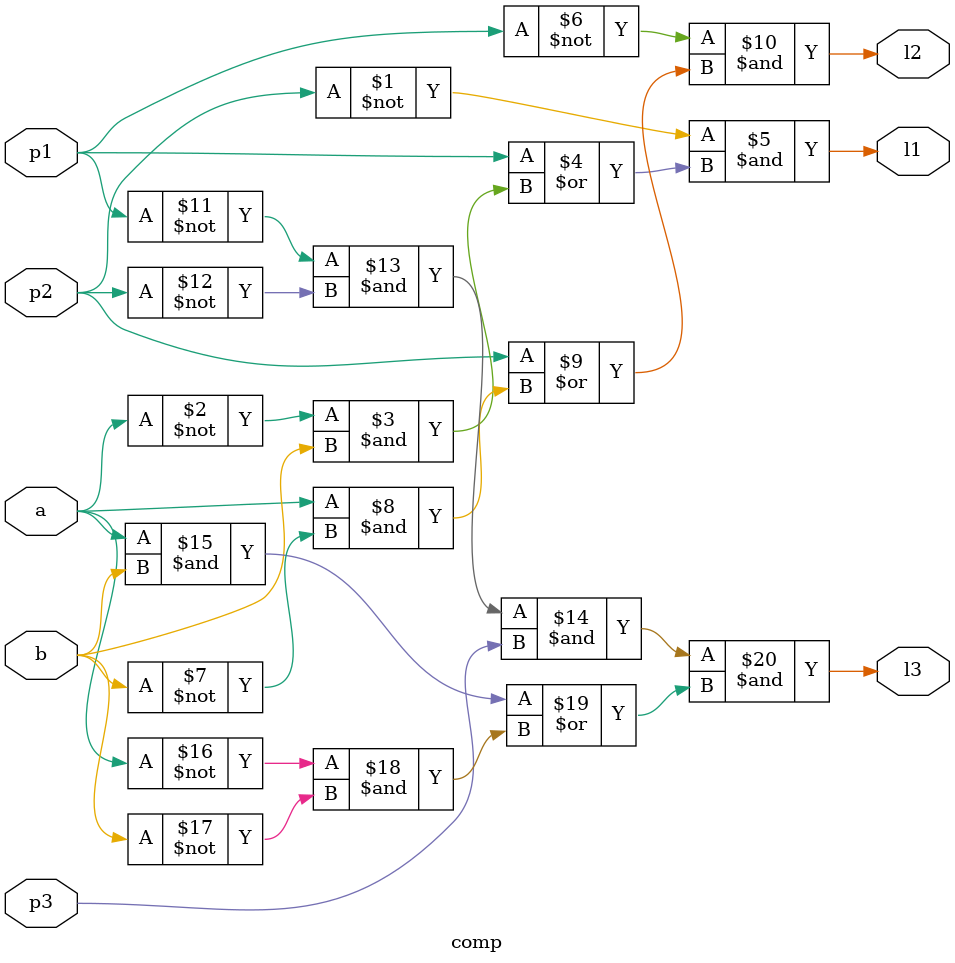
<source format=v>
`timescale 1ns / 1ps
module comp(a,b,p1,p2,p3,l1,l2,l3);
input a, b;

input p1, p2, p3;

output l1, l2, l3;

wire l1, l2, l3;

assign l1 = (~p2)&(p1|((~a)&b));  //true if a<b or previous is true
assign l2 = (~p1)&(p2|(a&(~b)));  //true if a>b or previous is true 
assign l3 = (~p1)&(~p2)&(p3)&((a&b)|((~a)&(~b)));   //true if a=b

endmodule

</source>
